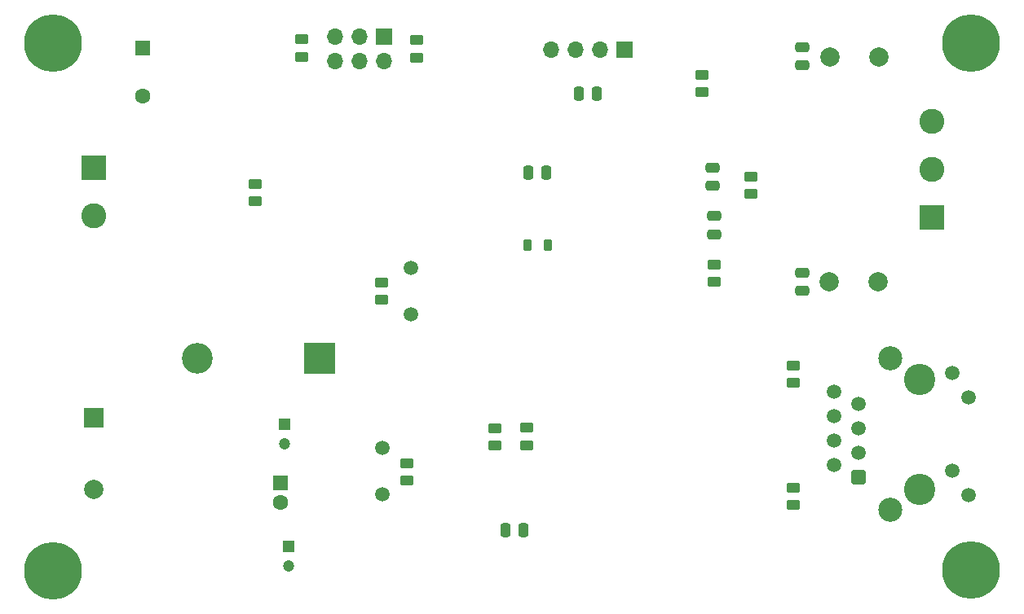
<source format=gbr>
%TF.GenerationSoftware,KiCad,Pcbnew,7.0.10*%
%TF.CreationDate,2024-03-15T07:12:17+07:00*%
%TF.ProjectId,Oxygen Monitoring,4f787967-656e-4204-9d6f-6e69746f7269,rev?*%
%TF.SameCoordinates,Original*%
%TF.FileFunction,Soldermask,Bot*%
%TF.FilePolarity,Negative*%
%FSLAX46Y46*%
G04 Gerber Fmt 4.6, Leading zero omitted, Abs format (unit mm)*
G04 Created by KiCad (PCBNEW 7.0.10) date 2024-03-15 07:12:17*
%MOMM*%
%LPD*%
G01*
G04 APERTURE LIST*
G04 Aperture macros list*
%AMRoundRect*
0 Rectangle with rounded corners*
0 $1 Rounding radius*
0 $2 $3 $4 $5 $6 $7 $8 $9 X,Y pos of 4 corners*
0 Add a 4 corners polygon primitive as box body*
4,1,4,$2,$3,$4,$5,$6,$7,$8,$9,$2,$3,0*
0 Add four circle primitives for the rounded corners*
1,1,$1+$1,$2,$3*
1,1,$1+$1,$4,$5*
1,1,$1+$1,$6,$7*
1,1,$1+$1,$8,$9*
0 Add four rect primitives between the rounded corners*
20,1,$1+$1,$2,$3,$4,$5,0*
20,1,$1+$1,$4,$5,$6,$7,0*
20,1,$1+$1,$6,$7,$8,$9,0*
20,1,$1+$1,$8,$9,$2,$3,0*%
G04 Aperture macros list end*
%ADD10C,1.500000*%
%ADD11R,1.200000X1.200000*%
%ADD12C,1.200000*%
%ADD13C,0.800000*%
%ADD14C,6.000000*%
%ADD15R,2.600000X2.600000*%
%ADD16C,2.600000*%
%ADD17R,2.000000X2.000000*%
%ADD18C,2.000000*%
%ADD19C,3.250000*%
%ADD20RoundRect,0.250500X0.499500X-0.499500X0.499500X0.499500X-0.499500X0.499500X-0.499500X-0.499500X0*%
%ADD21C,2.500000*%
%ADD22R,1.700000X1.700000*%
%ADD23O,1.700000X1.700000*%
%ADD24R,1.600000X1.600000*%
%ADD25C,1.600000*%
%ADD26R,3.200000X3.200000*%
%ADD27O,3.200000X3.200000*%
%ADD28RoundRect,0.250000X0.450000X-0.262500X0.450000X0.262500X-0.450000X0.262500X-0.450000X-0.262500X0*%
%ADD29RoundRect,0.250000X-0.450000X0.262500X-0.450000X-0.262500X0.450000X-0.262500X0.450000X0.262500X0*%
%ADD30RoundRect,0.250000X0.475000X-0.250000X0.475000X0.250000X-0.475000X0.250000X-0.475000X-0.250000X0*%
%ADD31RoundRect,0.250000X0.250000X0.475000X-0.250000X0.475000X-0.250000X-0.475000X0.250000X-0.475000X0*%
%ADD32RoundRect,0.250000X-0.475000X0.250000X-0.475000X-0.250000X0.475000X-0.250000X0.475000X0.250000X0*%
%ADD33RoundRect,0.218750X-0.218750X-0.381250X0.218750X-0.381250X0.218750X0.381250X-0.218750X0.381250X0*%
%ADD34RoundRect,0.250000X-0.250000X-0.475000X0.250000X-0.475000X0.250000X0.475000X-0.250000X0.475000X0*%
G04 APERTURE END LIST*
D10*
%TO.C,Y3*%
X81280000Y-75492000D03*
X81280000Y-70612000D03*
%TD*%
D11*
%TO.C,C32*%
X71550000Y-80900000D03*
D12*
X71550000Y-82900000D03*
%TD*%
D10*
%TO.C,Y1*%
X84229500Y-51906000D03*
X84229500Y-56786000D03*
%TD*%
D13*
%TO.C,H4*%
X44850000Y-28600000D03*
X45509010Y-27009010D03*
X45509010Y-30190990D03*
X47100000Y-26350000D03*
D14*
X47100000Y-28600000D03*
D13*
X47100000Y-30850000D03*
X48690990Y-27009010D03*
X48690990Y-30190990D03*
X49350000Y-28600000D03*
%TD*%
D15*
%TO.C,J4*%
X138300000Y-46706800D03*
D16*
X138300000Y-41706800D03*
X138300000Y-36706800D03*
%TD*%
D17*
%TO.C,C1*%
X51308000Y-67502323D03*
D18*
X51308000Y-75002323D03*
%TD*%
D13*
%TO.C,H3*%
X140150000Y-28600000D03*
X140809010Y-27009010D03*
X140809010Y-30190990D03*
X142400000Y-26350000D03*
D14*
X142400000Y-28600000D03*
D13*
X142400000Y-30850000D03*
X143990990Y-27009010D03*
X143990990Y-30190990D03*
X144650000Y-28600000D03*
%TD*%
D19*
%TO.C,J5*%
X137060000Y-74930000D03*
X137060000Y-63500000D03*
D20*
X130710000Y-73660000D03*
D10*
X128170000Y-72390000D03*
X130710000Y-71120000D03*
X128170000Y-69850000D03*
X130710000Y-68580000D03*
X128170000Y-67310000D03*
X130710000Y-66040000D03*
X128170000Y-64770000D03*
X142140000Y-75540000D03*
X140440000Y-73000000D03*
X142140000Y-65430000D03*
X140440000Y-62890000D03*
D21*
X134010000Y-77090000D03*
X134010000Y-61340000D03*
%TD*%
D22*
%TO.C,J3*%
X106450000Y-29250000D03*
D23*
X103910000Y-29250000D03*
X101370000Y-29250000D03*
X98830000Y-29250000D03*
%TD*%
D11*
%TO.C,C31*%
X71100000Y-68200000D03*
D12*
X71100000Y-70200000D03*
%TD*%
D18*
%TO.C,F1*%
X127762000Y-29972000D03*
X132842000Y-29982000D03*
%TD*%
D22*
%TO.C,J2*%
X81425000Y-27875000D03*
D23*
X81425000Y-30415000D03*
X78885000Y-27875000D03*
X78885000Y-30415000D03*
X76345000Y-27875000D03*
X76345000Y-30415000D03*
%TD*%
D15*
%TO.C,J1*%
X51300000Y-41518651D03*
D16*
X51300000Y-46518651D03*
%TD*%
D24*
%TO.C,C3*%
X56388000Y-29093349D03*
D25*
X56388000Y-34093349D03*
%TD*%
D24*
%TO.C,C33*%
X70713600Y-74295000D03*
D25*
X70713600Y-76295000D03*
%TD*%
D13*
%TO.C,H2*%
X140150000Y-83362800D03*
X140809010Y-81771810D03*
X140809010Y-84953790D03*
X142400000Y-81112800D03*
D14*
X142400000Y-83362800D03*
D13*
X142400000Y-85612800D03*
X143990990Y-81771810D03*
X143990990Y-84953790D03*
X144650000Y-83362800D03*
%TD*%
%TO.C,H1*%
X44850000Y-83400000D03*
X45509010Y-81809010D03*
X45509010Y-84990990D03*
X47100000Y-81150000D03*
D14*
X47100000Y-83400000D03*
D13*
X47100000Y-85650000D03*
X48690990Y-81809010D03*
X48690990Y-84990990D03*
X49350000Y-83400000D03*
%TD*%
D18*
%TO.C,F2*%
X127715000Y-53340000D03*
X132795000Y-53350000D03*
%TD*%
D26*
%TO.C,D1*%
X74752200Y-61341000D03*
D27*
X62052200Y-61341000D03*
%TD*%
D28*
%TO.C,R10*%
X119587000Y-44255000D03*
X119587000Y-42430000D03*
%TD*%
D29*
%TO.C,R7*%
X114507000Y-31865500D03*
X114507000Y-33690500D03*
%TD*%
D30*
%TO.C,C27*%
X124900000Y-54350000D03*
X124900000Y-52450000D03*
%TD*%
D28*
%TO.C,R16*%
X96266000Y-70381500D03*
X96266000Y-68556500D03*
%TD*%
D31*
%TO.C,C41*%
X95950000Y-79200000D03*
X94050000Y-79200000D03*
%TD*%
D32*
%TO.C,C28*%
X124866400Y-28971200D03*
X124866400Y-30871200D03*
%TD*%
D33*
%TO.C,FB1*%
X96375000Y-49542000D03*
X98500000Y-49542000D03*
%TD*%
D31*
%TO.C,C15*%
X103559200Y-33822000D03*
X101659200Y-33822000D03*
%TD*%
D28*
%TO.C,R17*%
X92964000Y-70405000D03*
X92964000Y-68580000D03*
%TD*%
%TO.C,R18*%
X83820000Y-74064500D03*
X83820000Y-72239500D03*
%TD*%
%TO.C,R26*%
X123952000Y-76604500D03*
X123952000Y-74779500D03*
%TD*%
D29*
%TO.C,R4*%
X81181500Y-53443500D03*
X81181500Y-55268500D03*
%TD*%
%TO.C,R25*%
X123952000Y-62079500D03*
X123952000Y-63904500D03*
%TD*%
D28*
%TO.C,R9*%
X115750000Y-53412500D03*
X115750000Y-51587500D03*
%TD*%
D34*
%TO.C,C22*%
X96400000Y-42050000D03*
X98300000Y-42050000D03*
%TD*%
D30*
%TO.C,C24*%
X115550000Y-43400000D03*
X115550000Y-41500000D03*
%TD*%
%TO.C,C25*%
X115700000Y-48450000D03*
X115700000Y-46550000D03*
%TD*%
D28*
%TO.C,R5*%
X84806400Y-30062500D03*
X84806400Y-28237500D03*
%TD*%
D29*
%TO.C,R1*%
X68072000Y-43180000D03*
X68072000Y-45005000D03*
%TD*%
D28*
%TO.C,R6*%
X72864800Y-30012500D03*
X72864800Y-28187500D03*
%TD*%
M02*

</source>
